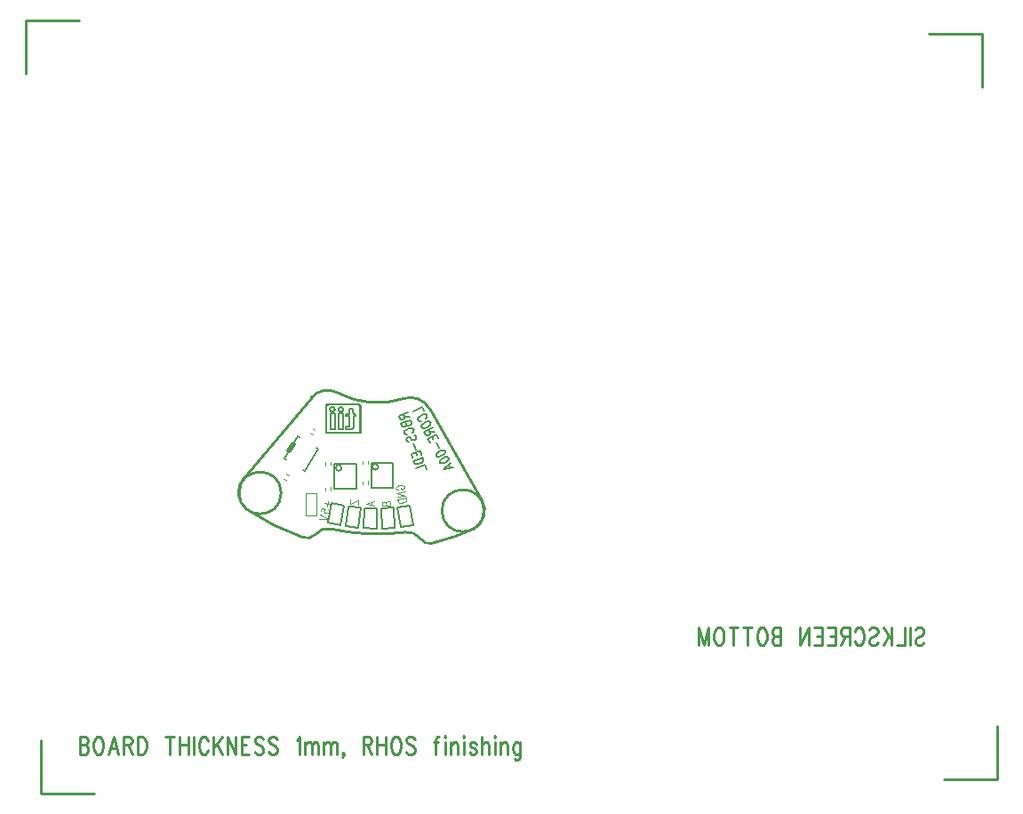
<source format=gbr>
*
*
G04 PADS9.1 Build Number: 392894 generated Gerber (RS-274-X) file*
G04 PC Version=2.1*
*
%IN "4SGI.pcb"*%
*
%MOIN*%
*
%FSLAX35Y35*%
*
*
*
*
G04 PC Standard Apertures*
*
*
G04 Thermal Relief Aperture macro.*
%AMTER*
1,1,$1,0,0*
1,0,$1-$2,0,0*
21,0,$3,$4,0,0,45*
21,0,$3,$4,0,0,135*
%
*
*
G04 Annular Aperture macro.*
%AMANN*
1,1,$1,0,0*
1,0,$2,0,0*
%
*
*
G04 Odd Aperture macro.*
%AMODD*
1,1,$1,0,0*
1,0,$1-0.005,0,0*
%
*
*
G04 PC Custom Aperture Macros*
*
*
*
*
*
*
G04 PC Aperture Table*
*
%ADD010C,0.001*%
%ADD011C,0.004*%
%ADD012C,0.01*%
%ADD013C,0.00591*%
%ADD014C,0.006*%
%ADD015C,0.00394*%
%ADD016C,0.005*%
%ADD023C,0.01969*%
%ADD026C,0.00787*%
*
*
*
*
G04 PC Circuitry*
G04 Layer Name 4SGI.pcb - circuitry*
%LPD*%
*
*
G04 PC Custom Flashes*
G04 Layer Name 4SGI.pcb - flashes*
%LPD*%
*
*
G04 PC Circuitry*
G04 Layer Name 4SGI.pcb - circuitry*
%LPD*%
*
G54D10*
G54D11*
G01X1916454Y1574249D02*
X1915482Y1574810D01*
X1915449Y1572556D02*
X1914580Y1573058D01*
X1924351Y1590147D02*
X1925322Y1589586D01*
X1925355Y1591840D02*
X1926225Y1591338D01*
X1926930Y1559115D02*
X1922930D01*
Y1567515*
X1926930*
Y1559115*
X1945993Y1571028D02*
Y1572150D01*
X1944024Y1571051D02*
Y1572055D01*
X1930245Y1579224D02*
Y1578102D01*
X1932213Y1579201D02*
Y1578197D01*
Y1568665D02*
Y1569787D01*
X1930245Y1568689D02*
Y1569693D01*
X1944024Y1579618D02*
Y1578496D01*
X1945993Y1579594D02*
Y1578591D01*
G54D12*
X1913575Y1567720D02*
G75*
G03X1913575I-7874J0D01*
G01X1989633Y1561067D02*
G03X1989633I-7874J0D01*
G01X2151440Y1516218D02*
X2151894Y1516843D01*
X2152576Y1517156*
X2153485*
X2154167Y1516843*
X2154621Y1516218*
Y1515593*
X2154394Y1514968*
X2154167Y1514656*
X2153712Y1514343*
X2152349Y1513718*
X2151894Y1513406*
X2151667Y1513093*
X2151440Y1512468*
Y1511531*
X2151894Y1510906*
X2152576Y1510593*
X2153485*
X2154167Y1510906*
X2154621Y1511531*
X2149394Y1517156D02*
Y1510593D01*
X2147349Y1517156D02*
Y1510593D01*
X2144621*
X2142576Y1517156D02*
Y1510593D01*
X2139394Y1517156D02*
X2142576Y1512781D01*
X2141440Y1514343D02*
X2139394Y1510593D01*
X2134167Y1516218D02*
X2134621Y1516843D01*
X2135303Y1517156*
X2136212*
X2136894Y1516843*
X2137349Y1516218*
Y1515593*
X2137121Y1514968*
X2136894Y1514656*
X2136440Y1514343*
X2135076Y1513718*
X2134621Y1513406*
X2134394Y1513093*
X2134167Y1512468*
Y1511531*
X2134621Y1510906*
X2135303Y1510593*
X2136212*
X2136894Y1510906*
X2137349Y1511531*
X2128712Y1515593D02*
X2128940Y1516218D01*
X2129394Y1516843*
X2129849Y1517156*
X2130758*
X2131212Y1516843*
X2131667Y1516218*
X2131894Y1515593*
X2132121Y1514656*
Y1513093*
X2131894Y1512156*
X2131667Y1511531*
X2131212Y1510906*
X2130758Y1510593*
X2129849*
X2129394Y1510906*
X2128940Y1511531*
X2128712Y1512156*
X2126667Y1517156D02*
Y1510593D01*
Y1517156D02*
X2124621D01*
X2123940Y1516843*
X2123712Y1516531*
X2123485Y1515906*
Y1515281*
X2123712Y1514656*
X2123940Y1514343*
X2124621Y1514031*
X2126667*
X2125076D02*
X2123485Y1510593D01*
X2121440Y1517156D02*
Y1510593D01*
Y1517156D02*
X2118485D01*
X2121440Y1514031D02*
X2119621D01*
X2121440Y1510593D02*
X2118485D01*
X2116440Y1517156D02*
Y1510593D01*
Y1517156D02*
X2113485D01*
X2116440Y1514031D02*
X2114621D01*
X2116440Y1510593D02*
X2113485D01*
X2111440Y1517156D02*
Y1510593D01*
Y1517156D02*
X2108258Y1510593D01*
Y1517156D02*
Y1510593D01*
X2100985Y1517156D02*
Y1510593D01*
Y1517156D02*
X2098940D01*
X2098258Y1516843*
X2098030Y1516531*
X2097803Y1515906*
Y1515281*
X2098030Y1514656*
X2098258Y1514343*
X2098940Y1514031*
X2100985D02*
X2098940D01*
X2098258Y1513718*
X2098030Y1513406*
X2097803Y1512781*
Y1511843*
X2098030Y1511218*
X2098258Y1510906*
X2098940Y1510593*
X2100985*
X2094394Y1517156D02*
X2094849Y1516843D01*
X2095303Y1516218*
X2095530Y1515593*
X2095758Y1514656*
Y1513093*
X2095530Y1512156*
X2095303Y1511531*
X2094849Y1510906*
X2094394Y1510593*
X2093485*
X2093030Y1510906*
X2092576Y1511531*
X2092349Y1512156*
X2092121Y1513093*
Y1514656*
X2092349Y1515593*
X2092576Y1516218*
X2093030Y1516843*
X2093485Y1517156*
X2094394*
X2088485D02*
Y1510593D01*
X2090076Y1517156D02*
X2086894D01*
X2083258D02*
Y1510593D01*
X2084849Y1517156D02*
X2081667D01*
X2078258D02*
X2078712Y1516843D01*
X2079167Y1516218*
X2079394Y1515593*
X2079621Y1514656*
Y1513093*
X2079394Y1512156*
X2079167Y1511531*
X2078712Y1510906*
X2078258Y1510593*
X2077349*
X2076894Y1510906*
X2076440Y1511531*
X2076212Y1512156*
X2075985Y1513093*
Y1514656*
X2076212Y1515593*
X2076440Y1516218*
X2076894Y1516843*
X2077349Y1517156*
X2078258*
X2073940D02*
Y1510593D01*
Y1517156D02*
X2072121Y1510593D01*
X2070303Y1517156D02*
X2072121Y1510593D01*
X2070303Y1517156D02*
Y1510593D01*
X1837997Y1476324D02*
Y1469761D01*
Y1476324D02*
X1840042D01*
X1840724Y1476011*
X1840951Y1475699*
X1841179Y1475074*
Y1474449*
X1840951Y1473824*
X1840724Y1473511*
X1840042Y1473199*
X1837997D02*
X1840042D01*
X1840724Y1472886*
X1840951Y1472574*
X1841179Y1471949*
Y1471011*
X1840951Y1470386*
X1840724Y1470074*
X1840042Y1469761*
X1837997*
X1844588Y1476324D02*
X1844133Y1476011D01*
X1843679Y1475386*
X1843451Y1474761*
X1843224Y1473824*
Y1472261*
X1843451Y1471324*
X1843679Y1470699*
X1844133Y1470074*
X1844588Y1469761*
X1845497*
X1845951Y1470074*
X1846406Y1470699*
X1846633Y1471324*
X1846860Y1472261*
Y1473824*
X1846633Y1474761*
X1846406Y1475386*
X1845951Y1476011*
X1845497Y1476324*
X1844588*
X1850724D02*
X1848906Y1469761D01*
X1850724Y1476324D02*
X1852542Y1469761D01*
X1849588Y1471949D02*
X1851860D01*
X1854588Y1476324D02*
Y1469761D01*
Y1476324D02*
X1856633D01*
X1857315Y1476011*
X1857542Y1475699*
X1857769Y1475074*
Y1474449*
X1857542Y1473824*
X1857315Y1473511*
X1856633Y1473199*
X1854588*
X1856179D02*
X1857769Y1469761D01*
X1859815Y1476324D02*
Y1469761D01*
Y1476324D02*
X1861406D01*
X1862088Y1476011*
X1862542Y1475386*
X1862769Y1474761*
X1862997Y1473824*
Y1472261*
X1862769Y1471324*
X1862542Y1470699*
X1862088Y1470074*
X1861406Y1469761*
X1859815*
X1871860Y1476324D02*
Y1469761D01*
X1870269Y1476324D02*
X1873451D01*
X1875497D02*
Y1469761D01*
X1878679Y1476324D02*
Y1469761D01*
X1875497Y1473199D02*
X1878679D01*
X1880724Y1476324D02*
Y1469761D01*
X1886179Y1474761D02*
X1885951Y1475386D01*
X1885497Y1476011*
X1885042Y1476324*
X1884133*
X1883679Y1476011*
X1883224Y1475386*
X1882997Y1474761*
X1882769Y1473824*
Y1472261*
X1882997Y1471324*
X1883224Y1470699*
X1883679Y1470074*
X1884133Y1469761*
X1885042*
X1885497Y1470074*
X1885951Y1470699*
X1886179Y1471324*
X1888224Y1476324D02*
Y1469761D01*
X1891406Y1476324D02*
X1888224Y1471949D01*
X1889360Y1473511D02*
X1891406Y1469761D01*
X1893451Y1476324D02*
Y1469761D01*
Y1476324D02*
X1896633Y1469761D01*
Y1476324D02*
Y1469761D01*
X1898679Y1476324D02*
Y1469761D01*
Y1476324D02*
X1901633D01*
X1898679Y1473199D02*
X1900497D01*
X1898679Y1469761D02*
X1901633D01*
X1906860Y1475386D02*
X1906406Y1476011D01*
X1905724Y1476324*
X1904815*
X1904133Y1476011*
X1903679Y1475386*
Y1474761*
X1903906Y1474136*
X1904133Y1473824*
X1904588Y1473511*
X1905951Y1472886*
X1906406Y1472574*
X1906633Y1472261*
X1906860Y1471636*
Y1470699*
X1906406Y1470074*
X1905724Y1469761*
X1904815*
X1904133Y1470074*
X1903679Y1470699*
X1912088Y1475386D02*
X1911633Y1476011D01*
X1910951Y1476324*
X1910042*
X1909360Y1476011*
X1908906Y1475386*
Y1474761*
X1909133Y1474136*
X1909360Y1473824*
X1909815Y1473511*
X1911179Y1472886*
X1911633Y1472574*
X1911860Y1472261*
X1912088Y1471636*
Y1470699*
X1911633Y1470074*
X1910951Y1469761*
X1910042*
X1909360Y1470074*
X1908906Y1470699*
X1919360Y1475074D02*
X1919815Y1475386D01*
X1920497Y1476324*
Y1469761*
X1922542Y1474136D02*
Y1469761D01*
Y1472886D02*
X1923224Y1473824D01*
X1923679Y1474136*
X1924360*
X1924815Y1473824*
X1925042Y1472886*
Y1469761*
Y1472886D02*
X1925724Y1473824D01*
X1926179Y1474136*
X1926860*
X1927315Y1473824*
X1927542Y1472886*
Y1469761*
X1929588Y1474136D02*
Y1469761D01*
Y1472886D02*
X1930269Y1473824D01*
X1930724Y1474136*
X1931406*
X1931860Y1473824*
X1932088Y1472886*
Y1469761*
Y1472886D02*
X1932769Y1473824D01*
X1933224Y1474136*
X1933906*
X1934360Y1473824*
X1934588Y1472886*
Y1469761*
X1937088Y1470074D02*
X1936860Y1469761D01*
X1936633Y1470074*
X1936860Y1470386*
X1937088Y1470074*
Y1469449*
X1936860Y1468824*
X1936633Y1468511*
X1944360Y1476324D02*
Y1469761D01*
Y1476324D02*
X1946406D01*
X1947088Y1476011*
X1947315Y1475699*
X1947542Y1475074*
Y1474449*
X1947315Y1473824*
X1947088Y1473511*
X1946406Y1473199*
X1944360*
X1945951D02*
X1947542Y1469761D01*
X1949588Y1476324D02*
Y1469761D01*
X1952769Y1476324D02*
Y1469761D01*
X1949588Y1473199D02*
X1952769D01*
X1956179Y1476324D02*
X1955724Y1476011D01*
X1955269Y1475386*
X1955042Y1474761*
X1954815Y1473824*
Y1472261*
X1955042Y1471324*
X1955269Y1470699*
X1955724Y1470074*
X1956179Y1469761*
X1957088*
X1957542Y1470074*
X1957997Y1470699*
X1958224Y1471324*
X1958451Y1472261*
Y1473824*
X1958224Y1474761*
X1957997Y1475386*
X1957542Y1476011*
X1957088Y1476324*
X1956179*
X1963679Y1475386D02*
X1963224Y1476011D01*
X1962542Y1476324*
X1961633*
X1960951Y1476011*
X1960497Y1475386*
Y1474761*
X1960724Y1474136*
X1960951Y1473824*
X1961406Y1473511*
X1962769Y1472886*
X1963224Y1472574*
X1963451Y1472261*
X1963679Y1471636*
Y1470699*
X1963224Y1470074*
X1962542Y1469761*
X1961633*
X1960951Y1470074*
X1960497Y1470699*
X1972769Y1476324D02*
X1972315D01*
X1971860Y1476011*
X1971633Y1475074*
Y1469761*
X1970951Y1474136D02*
X1972542D01*
X1974815Y1476324D02*
X1975042Y1476011D01*
X1975269Y1476324*
X1975042Y1476636*
X1974815Y1476324*
X1975042Y1474136D02*
Y1469761D01*
X1977315Y1474136D02*
Y1469761D01*
Y1472886D02*
X1977997Y1473824D01*
X1978451Y1474136*
X1979133*
X1979588Y1473824*
X1979815Y1472886*
Y1469761*
X1981860Y1476324D02*
X1982088Y1476011D01*
X1982315Y1476324*
X1982088Y1476636*
X1981860Y1476324*
X1982088Y1474136D02*
Y1469761D01*
X1986860Y1473199D02*
X1986633Y1473824D01*
X1985951Y1474136*
X1985269*
X1984588Y1473824*
X1984360Y1473199*
X1984588Y1472574*
X1985042Y1472261*
X1986179Y1471949*
X1986633Y1471636*
X1986860Y1471011*
Y1470699*
X1986633Y1470074*
X1985951Y1469761*
X1985269*
X1984588Y1470074*
X1984360Y1470699*
X1988906Y1476324D02*
Y1469761D01*
Y1472886D02*
X1989588Y1473824D01*
X1990042Y1474136*
X1990724*
X1991179Y1473824*
X1991406Y1472886*
Y1469761*
X1993451Y1476324D02*
X1993679Y1476011D01*
X1993906Y1476324*
X1993679Y1476636*
X1993451Y1476324*
X1993679Y1474136D02*
Y1469761D01*
X1995951Y1474136D02*
Y1469761D01*
Y1472886D02*
X1996633Y1473824D01*
X1997088Y1474136*
X1997769*
X1998224Y1473824*
X1998451Y1472886*
Y1469761*
X2003224Y1474136D02*
Y1469136D01*
X2002997Y1468199*
X2002769Y1467886*
X2002315Y1467574*
X2001633*
X2001179Y1467886*
X2003224Y1473199D02*
X2002769Y1473824D01*
X2002315Y1474136*
X2001633*
X2001179Y1473824*
X2000724Y1473199*
X2000497Y1472261*
Y1471636*
X2000724Y1470699*
X2001179Y1470074*
X2001633Y1469761*
X2002315*
X2002769Y1470074*
X2003224Y1470699*
X1900788Y1561557D02*
G03X1921809Y1551031I48934J71467D01*
G01X1921827Y1551025D02*
G03X1926389Y1552091I1471J3999D01*
G01X1932249Y1554225D02*
G03X1926391Y1552092I-1336J-5442D01*
G01X1932289Y1554216D02*
G03X1960292Y1552993I17468J78795D01*
G01X1965815Y1550567D02*
G03X1960269Y1552990I-4781J-3386D01*
G01X1965819Y1550561D02*
G03X1970341Y1548880I3345J2074D01*
G01X1970380Y1548889D02*
G03X1985922Y1554286I-20514J84150D01*
G01X1985913Y1554281D02*
G03X1988944Y1564993I-3840J6872D01*
G01X1988940Y1564999D02*
X1969016Y1599606D01*
X1969018Y1599603D02*
G03X1959686Y1603148I-6910J-4135D01*
G01X1934880Y1605240D02*
G03X1959709Y1603156I14835J27784D01*
G01X1934845Y1605259D02*
G03X1924876Y1603376I-3866J-6861D01*
G01X1924879Y1603379D02*
X1899587Y1573281D01*
X1899585Y1573278D02*
G03X1900763Y1561574I5923J-5315D01*
G01X1837791Y1744944D02*
X1817791D01*
Y1724944*
X1823603Y1475056D02*
Y1455056D01*
X1843603*
X2162209Y1460312D02*
X2182209D01*
Y1480312*
X2176373Y1719944D02*
Y1739944D01*
X2156373*
G54D13*
X1915351Y1580206D02*
X1914683Y1580623D01*
X1919899Y1588970*
X1920566Y1588552*
X1921694Y1576242D02*
X1922362Y1575824D01*
X1927578Y1584171*
X1926910Y1584589*
X1935166Y1597567D02*
Y1591642D01*
X1936814*
Y1597567*
X1935166*
X1932048D02*
Y1591642D01*
X1933697*
Y1597567*
X1932048*
X1935789Y1600017D02*
Y1600005D01*
X1935717*
Y1599993*
X1935670*
Y1599981*
X1935634*
Y1599969*
X1935610*
Y1599957*
X1935574*
Y1599945*
X1935550*
Y1599933*
X1935526*
Y1599921*
X1935502*
Y1599909*
X1935490*
Y1599897*
X1935467*
Y1599885*
X1935443*
Y1599873*
X1935431*
Y1599861*
X1935419*
Y1599849*
X1935395*
Y1599837*
X1935383*
Y1599825*
X1935371*
Y1599813*
X1935359*
Y1599802*
X1935347*
Y1599790*
X1935335*
Y1599778*
X1935323*
Y1599766*
X1935311*
Y1599754*
X1935299*
Y1599742*
X1935287*
Y1599730*
X1935275*
Y1599718*
X1935263*
Y1599706*
X1935251*
X1935251D02*
Y1599694D01*
X1935251D02*
X1935240D01*
Y1599670*
X1935228*
Y1599658*
X1935216*
Y1599634*
X1935204*
Y1599622*
X1935192*
Y1599598*
X1935180*
Y1599586*
X1935168*
Y1599563*
X1935156*
Y1599539*
X1935144*
Y1599515*
X1935132*
Y1599479*
X1935120*
Y1599455*
X1935108*
Y1599419*
X1935096*
Y1599371*
X1935084*
Y1599312*
X1935072*
Y1598989*
X1935084*
Y1598930*
X1935096*
Y1598882*
X1935108*
Y1598846*
X1935120*
Y1598810*
X1935132*
Y1598786*
X1935144*
Y1598762*
X1935156*
Y1598738*
X1935168*
Y1598714*
X1935180*
Y1598691*
X1935192*
Y1598667*
X1935204*
Y1598655*
X1935216*
Y1598643*
X1935228*
Y1598619*
X1935240*
Y1598607*
X1935251*
X1935251D02*
Y1598595D01*
X1935251D02*
X1935263D01*
Y1598571*
X1935275*
Y1598559*
X1935287*
Y1598547*
X1935299*
Y1598535*
X1935311*
Y1598523*
X1935323*
Y1598511*
X1935335*
Y1598499*
X1935347*
Y1598488*
X1935359*
Y1598476*
X1935371*
Y1598464*
X1935395*
Y1598452*
X1935407*
Y1598440*
X1935419*
Y1598428*
X1935443*
Y1598416*
X1935455*
Y1598404*
X1935478*
Y1598392*
X1935490*
Y1598380*
X1935514*
Y1598368*
X1935538*
Y1598356*
X1935562*
Y1598344*
X1935586*
Y1598332*
X1935622*
Y1598320*
X1935646*
Y1598308*
X1935693*
Y1598296*
X1935741*
Y1598284*
X1935813*
Y1598273*
X1936040*
Y1598284*
X1936123*
Y1598296*
X1936171*
Y1598308*
X1936207*
Y1598320*
X1936243*
Y1598332*
X1936267*
Y1598344*
X1936303*
Y1598356*
X1936327*
Y1598368*
X1936339*
Y1598380*
X1936362*
Y1598392*
X1936386*
Y1598404*
X1936398*
Y1598416*
X1936422*
Y1598428*
X1936434*
Y1598440*
X1936458*
Y1598452*
X1936470*
Y1598464*
X1936482*
Y1598476*
X1936494*
Y1598488*
X1936506*
Y1598499*
X1936518*
Y1598511*
X1936530*
Y1598523*
X1936542*
Y1598535*
X1936554*
Y1598547*
X1936565*
Y1598559*
X1936577*
Y1598571*
X1936589*
Y1598583*
X1936601*
Y1598595*
X1936613*
Y1598607*
X1936625*
Y1598631*
X1936637*
Y1598643*
X1936649*
Y1598667*
X1936661*
Y1598679*
X1936673*
Y1598703*
X1936685*
Y1598714*
X1936697*
Y1598738*
X1936709*
Y1598762*
X1936721*
Y1598798*
X1936733*
Y1598822*
X1936745*
Y1598858*
X1936757*
Y1598894*
X1936769*
Y1598941*
X1936780*
Y1599013*
X1936792*
Y1599288*
X1936780*
Y1599360*
X1936769*
Y1599407*
X1936757*
Y1599443*
X1936745*
Y1599479*
X1936733*
Y1599503*
X1936721*
Y1599527*
X1936709*
Y1599551*
X1936697*
Y1599575*
X1936685*
Y1599598*
X1936673*
Y1599610*
X1936661*
Y1599634*
X1936649*
Y1599646*
X1936637*
Y1599670*
X1936625*
Y1599682*
X1936613*
Y1599694*
X1936601*
Y1599718*
X1936589*
Y1599730*
X1936577*
Y1599742*
X1936565*
Y1599754*
X1936554*
Y1599766*
X1936542*
Y1599778*
X1936530*
Y1599790*
X1936518*
Y1599802*
X1936506*
Y1599813*
X1936494*
Y1599825*
X1936470*
Y1599837*
X1936458*
Y1599849*
X1936446*
Y1599861*
X1936422*
Y1599873*
X1936410*
Y1599885*
X1936386*
Y1599897*
X1936374*
Y1599909*
X1936350*
Y1599921*
X1936327*
Y1599933*
X1936303*
Y1599945*
X1936279*
Y1599957*
X1936255*
Y1599969*
X1936219*
Y1599981*
X1936183*
Y1599993*
X1936135*
Y1600005*
X1936076*
Y1600017*
X1935789*
X1932639D02*
Y1600005D01*
X1932580*
Y1599993*
X1932532*
Y1599981*
X1932496*
Y1599969*
X1932472*
Y1599957*
X1932436*
Y1599945*
X1932412*
Y1599933*
X1932389*
Y1599921*
X1932365*
Y1599909*
X1932341*
Y1599897*
X1932329*
Y1599885*
X1932305*
Y1599873*
X1932293*
Y1599861*
X1932281*
Y1599849*
X1932257*
Y1599837*
X1932245*
Y1599825*
X1932233*
Y1599813*
X1932221*
Y1599802*
X1932209*
Y1599790*
X1932197*
Y1599778*
X1932186*
Y1599766*
X1932174*
Y1599754*
X1932162*
Y1599742*
X1932150*
Y1599730*
X1932138*
Y1599718*
X1932126*
Y1599706*
X1932114*
Y1599694*
X1932102*
Y1599670*
X1932090*
Y1599658*
X1932078*
Y1599646*
X1932066*
Y1599622*
X1932054*
Y1599610*
X1932042*
Y1599586*
X1932030*
Y1599563*
X1932018*
Y1599539*
X1932006*
Y1599515*
X1931994*
Y1599491*
X1931982*
Y1599455*
X1931970*
Y1599419*
X1931959*
Y1599371*
X1931947*
Y1599312*
X1931935*
Y1599204*
X1931923*
Y1599097*
X1931935*
Y1598977*
X1931947*
Y1598918*
X1931959*
Y1598882*
X1931970*
Y1598846*
X1931982*
Y1598810*
X1931994*
Y1598786*
X1932006*
Y1598750*
X1932018*
Y1598726*
X1932030*
Y1598714*
X1932042*
Y1598691*
X1932054*
Y1598667*
X1932066*
Y1598655*
X1932078*
Y1598631*
X1932090*
Y1598619*
X1932102*
Y1598607*
X1932114*
Y1598583*
X1932126*
Y1598571*
X1932138*
Y1598559*
X1932150*
Y1598547*
X1932162*
Y1598535*
X1932174*
Y1598523*
X1932186*
Y1598511*
X1932197*
Y1598499*
X1932209*
Y1598488*
X1932221*
Y1598476*
X1932233*
Y1598464*
X1932257*
Y1598452*
X1932269*
Y1598440*
X1932281*
Y1598428*
X1932293*
Y1598416*
X1932317*
Y1598404*
X1932329*
Y1598392*
X1932353*
Y1598380*
X1932377*
Y1598368*
X1932401*
Y1598356*
X1932424*
Y1598344*
X1932448*
Y1598332*
X1932472*
Y1598320*
X1932508*
Y1598308*
X1932556*
Y1598296*
X1932604*
Y1598284*
X1932675*
Y1598273*
X1932902*
Y1598284*
X1932974*
Y1598296*
X1933034*
Y1598308*
X1933069*
Y1598320*
X1933105*
Y1598332*
X1933129*
Y1598344*
X1933153*
Y1598356*
X1933177*
Y1598368*
X1933201*
Y1598380*
X1933225*
Y1598392*
X1933249*
Y1598404*
X1933261*
Y1598416*
X1933284*
Y1598428*
X1933296*
Y1598440*
X1933308*
Y1598452*
X1933332*
Y1598464*
X1933344*
Y1598476*
X1933356*
Y1598488*
X1933368*
Y1598499*
X1933380*
Y1598511*
X1933392*
Y1598523*
X1933404*
Y1598535*
X1933416*
Y1598547*
X1933428*
Y1598559*
X1933440*
Y1598571*
X1933452*
Y1598583*
X1933464*
Y1598595*
X1933476*
Y1598619*
X1933488*
Y1598631*
X1933499*
Y1598643*
X1933511*
Y1598667*
X1933523*
Y1598679*
X1933535*
Y1598703*
X1933547*
Y1598726*
X1933559*
Y1598750*
X1933571*
Y1598774*
X1933583*
Y1598798*
X1933595*
Y1598822*
X1933607*
Y1598858*
X1933619*
Y1598906*
X1933631*
Y1598953*
X1933643*
Y1599025*
X1933655*
Y1599276*
X1933643*
Y1599348*
X1933631*
Y1599395*
X1933619*
Y1599431*
X1933607*
Y1599467*
X1933595*
Y1599503*
X1933583*
Y1599527*
X1933571*
Y1599551*
X1933559*
Y1599575*
X1933547*
Y1599598*
X1933535*
Y1599610*
X1933523*
Y1599634*
X1933511*
Y1599646*
X1933499*
Y1599670*
X1933488*
Y1599682*
X1933476*
Y1599694*
X1933464*
Y1599706*
X1933452*
Y1599718*
X1933440*
Y1599742*
X1933428*
Y1599754*
X1933416*
Y1599766*
X1933404*
Y1599778*
X1933392*
Y1599790*
X1933380*
Y1599802*
X1933368*
Y1599813*
X1933344*
Y1599825*
X1933332*
Y1599837*
X1933320*
Y1599849*
X1933308*
Y1599861*
X1933284*
Y1599873*
X1933273*
Y1599885*
X1933249*
Y1599897*
X1933237*
Y1599909*
X1933213*
Y1599921*
X1933189*
Y1599933*
X1933165*
Y1599945*
X1933141*
Y1599957*
X1933117*
Y1599969*
X1933081*
Y1599981*
X1933046*
Y1599993*
X1932998*
Y1600005*
X1932938*
Y1600017*
X1932639*
X1939254Y1599387D02*
Y1597428D01*
X1937701*
Y1596508*
X1939254*
Y1593354*
X1939242*
Y1593223*
X1939230*
Y1593139*
X1939218*
Y1593091*
X1939206*
Y1593044*
X1939194*
Y1592996*
X1939182*
Y1592960*
X1939170*
Y1592936*
X1939158*
Y1592912*
X1939146*
Y1592888*
X1939134*
Y1592865*
X1939122*
Y1592841*
X1939110*
Y1592829*
X1939098*
Y1592805*
X1939086*
Y1592793*
X1939074*
Y1592781*
X1939062*
Y1592769*
X1939051*
Y1592757*
X1939039*
Y1592745*
X1939027*
Y1592733*
X1939015*
Y1592721*
X1938991*
Y1592709*
X1938979*
Y1592697*
X1938955*
Y1592685*
X1938931*
Y1592673*
X1938907*
Y1592661*
X1938883*
Y1592650*
X1938847*
Y1592638*
X1938800*
Y1592626*
X1938752*
Y1592614*
X1938668*
Y1592602*
X1938310*
Y1592614*
X1938202*
Y1592626*
X1938119*
Y1592638*
X1938059*
Y1592650*
X1937999*
Y1592661*
X1937940*
Y1592673*
X1937892*
Y1592685*
X1937844*
Y1592697*
X1937808*
Y1592709*
X1937760*
Y1592721*
X1937749*
Y1591778*
X1937772*
Y1591766*
X1937796*
Y1591754*
X1937832*
Y1591742*
X1937868*
Y1591730*
X1937904*
Y1591718*
X1937940*
Y1591706*
X1937987*
Y1591694*
X1938035*
Y1591682*
X1938083*
Y1591670*
X1938143*
Y1591658*
X1938202*
Y1591646*
X1938262*
Y1591634*
X1938334*
Y1591622*
X1938429*
Y1591610*
X1938525*
Y1591598*
X1938644*
Y1591586*
X1938812*
Y1591574*
X1939361*
Y1591586*
X1939469*
Y1591598*
X1939540*
Y1591610*
X1939600*
Y1591622*
X1939648*
Y1591634*
X1939696*
Y1591646*
X1939731*
Y1591658*
X1939767*
Y1591670*
X1939803*
Y1591682*
X1939839*
Y1591694*
X1939863*
Y1591706*
X1939899*
Y1591718*
X1939923*
Y1591730*
X1939946*
Y1591742*
X1939970*
Y1591754*
X1939994*
Y1591766*
X1940018*
Y1591778*
X1940042*
Y1591789*
X1940066*
Y1591801*
X1940078*
Y1591813*
X1940102*
Y1591825*
X1940114*
Y1591837*
X1940138*
Y1591849*
X1940149*
Y1591861*
X1940173*
Y1591873*
X1940185*
Y1591885*
X1940209*
Y1591897*
X1940221*
Y1591909*
X1940233*
Y1591921*
X1940245*
Y1591933*
X1940269*
Y1591945*
X1940281*
Y1591957*
X1940293*
Y1591969*
X1940305*
Y1591981*
X1940317*
Y1591993*
X1940329*
Y1592004*
X1940341*
Y1592016*
X1940353*
Y1592028*
X1940365*
X1940365D02*
Y1592040D01*
X1940365D02*
X1940376D01*
Y1592052*
X1940388*
Y1592064*
X1940400*
Y1592076*
X1940412*
Y1592088*
X1940424*
Y1592100*
X1940436*
Y1592112*
X1940448*
Y1592124*
X1940460*
Y1592136*
X1940472*
Y1592160*
X1940484*
Y1592172*
X1940496*
Y1592184*
X1940508*
Y1592208*
X1940520*
Y1592219*
X1940532*
Y1592231*
X1940544*
Y1592255*
X1940556*
Y1592267*
X1940568*
Y1592291*
X1940580*
Y1592303*
X1940591*
Y1592327*
X1940603*
Y1592351*
X1940615*
Y1592363*
X1940627*
Y1592387*
X1940639*
Y1592411*
X1940651*
Y1592435*
X1940663*
Y1592458*
X1940675*
Y1592482*
X1940687*
Y1592506*
X1940699*
Y1592542*
X1940711*
Y1592566*
X1940723*
Y1592590*
X1940735*
Y1592626*
X1940747*
Y1592661*
X1940759*
Y1592697*
X1940771*
Y1592733*
X1940783*
Y1592769*
X1940795*
Y1592817*
X1940806*
Y1592865*
X1940818*
Y1592912*
X1940830*
Y1592972*
X1940842*
Y1593032*
X1940854*
Y1593103*
X1940866*
Y1593199*
X1940878*
Y1593330*
X1940890*
Y1596520*
X1941595*
Y1597410*
X1940830Y1597416*
Y1597440*
X1940818*
Y1597487*
X1940806*
Y1597535*
X1940795*
Y1597571*
X1940783*
Y1597619*
X1940771*
Y1597655*
X1940759*
Y1597702*
X1940747*
Y1597750*
X1940735*
Y1597786*
X1940723*
Y1597834*
X1940711*
Y1597870*
X1940699*
Y1597917*
X1940687*
Y1597965*
X1940675*
Y1598001*
X1940663*
Y1598049*
X1940651*
Y1598085*
X1940639*
Y1598132*
X1940627*
Y1598180*
X1940615*
Y1598216*
X1940603*
Y1598264*
X1940591*
Y1598300*
X1940580*
Y1598347*
X1940568*
Y1598395*
X1940556*
Y1598431*
X1940544*
Y1598479*
X1940532*
Y1598515*
X1940520*
Y1598562*
X1940508*
Y1598610*
X1940496*
Y1598646*
X1940484*
Y1598694*
X1940472*
Y1598730*
X1940460*
Y1598777*
X1940448*
Y1598825*
X1940436*
Y1598861*
X1940424*
Y1598909*
X1940412*
Y1598945*
X1940400*
Y1598992*
X1940388*
Y1599040*
X1940376*
Y1599076*
X1940365*
X1940365D02*
Y1599124D01*
X1940365D02*
X1940353D01*
Y1599172*
X1940341*
Y1599207*
X1940329*
Y1599255*
X1940317*
Y1599291*
X1940305*
Y1599339*
X1940293*
Y1599387*
X1939254*
X1931065Y1600961D02*
Y1600949D01*
X1931012*
Y1600937*
X1930953*
Y1600925*
X1930905*
Y1600913*
X1930869*
Y1600901*
X1930845*
Y1600889*
X1930809*
Y1600877*
X1930786*
X1930786D02*
Y1600865D01*
X1930786D02*
X1930762D01*
Y1600853*
X1930738*
Y1600842*
X1930726*
Y1600830*
X1930702*
Y1600818*
X1930678*
Y1600806*
X1930666*
Y1600794*
X1930654*
Y1600782*
X1930630*
Y1600770*
X1930618*
Y1600758*
X1930606*
Y1600746*
X1930594*
Y1600734*
X1930582*
Y1600722*
X1930570*
Y1600710*
X1930559*
Y1600698*
X1930547*
Y1600686*
X1930535*
Y1600674*
X1930523*
Y1600662*
X1930511*
Y1600638*
X1930499*
Y1600627*
X1930487*
Y1600603*
X1930475*
Y1600591*
X1930463*
Y1600567*
X1930451*
Y1600543*
X1930439*
Y1600519*
X1930427*
Y1600495*
X1930415*
Y1600459*
X1930403*
Y1600423*
X1930391*
Y1600376*
X1930379*
Y1590676*
X1930391*
Y1590628*
X1930403*
Y1590593*
X1930415*
Y1590557*
X1930427*
Y1590533*
X1930439*
Y1590509*
X1930451*
Y1590485*
X1930463*
Y1590461*
X1930475*
Y1590449*
X1930487*
Y1590425*
X1930499*
Y1590413*
X1930511*
Y1590389*
X1930523*
Y1590378*
X1930535*
Y1590366*
X1930547*
Y1590354*
X1930559*
Y1590342*
X1930570*
Y1590330*
X1930582*
Y1590318*
X1930594*
Y1590306*
X1930606*
Y1590294*
X1930618*
Y1590282*
X1930630*
Y1590270*
X1930654*
Y1590258*
X1930666*
Y1590246*
X1930678*
Y1590234*
X1930702*
Y1590222*
X1930726*
Y1590210*
X1930738*
Y1590198*
X1930762*
Y1590186*
X1930786*
X1930786D02*
Y1590174D01*
X1930786D02*
X1930809D01*
Y1590163*
X1930845*
Y1590151*
X1930869*
Y1590139*
X1930917*
Y1590127*
X1931024*
Y1590115*
X1943364*
Y1600364*
X1943352*
Y1600423*
X1943340*
Y1600459*
X1943328*
Y1600495*
X1943316*
Y1600519*
X1943304*
Y1600543*
X1943292*
Y1600567*
X1943280*
Y1600591*
X1943268*
Y1600603*
X1943256*
Y1600627*
X1943244*
Y1600638*
X1943232*
Y1600650*
X1943220*
Y1600674*
X1943208*
Y1600686*
X1943197*
Y1600698*
X1943185*
Y1600710*
X1943173*
Y1600722*
X1943161*
Y1600734*
X1943149*
Y1600746*
X1943137*
Y1600758*
X1943125*
Y1600770*
X1943113*
Y1600782*
X1943089*
Y1600794*
X1943077*
Y1600806*
X1943053*
Y1600818*
X1943041*
Y1600830*
X1943017*
Y1600842*
X1943005*
Y1600853*
X1942982*
Y1600865*
X1942958*
Y1600877*
X1942934*
Y1600889*
X1942898*
Y1600901*
X1942874*
Y1600913*
X1942826*
Y1600925*
X1942790*
Y1600937*
X1942731*
Y1600949*
X1942680*
Y1600961*
X1931065*
X1931069Y1600794D02*
X1942692D01*
Y1600782*
X1942751*
Y1600770*
X1942799*
Y1600758*
X1942835*
Y1600746*
X1942859*
Y1600734*
X1942895*
Y1600722*
X1942907*
Y1600710*
X1942931*
Y1600698*
X1942954*
Y1600686*
X1942966*
Y1600674*
X1942990*
Y1600662*
X1943002*
Y1600650*
X1943014*
Y1600638*
X1943038*
Y1600627*
X1943050*
Y1600615*
X1943062*
Y1600603*
X1943074*
Y1600591*
X1943086*
Y1600579*
X1943098*
Y1600555*
X1943110*
Y1600543*
X1943122*
Y1600531*
X1943134*
Y1600507*
X1943146*
Y1600495*
X1943158*
Y1600471*
X1943169*
Y1600447*
X1943181*
Y1600411*
X1943193*
Y1600376*
X1943205*
Y1600328*
X1943217*
Y1590258*
X1931069*
Y1590270*
X1931009*
Y1590282*
X1930961*
Y1590294*
X1930926*
Y1590306*
X1930902*
Y1590318*
X1930866*
Y1590330*
X1930842*
Y1590342*
X1930830*
Y1590354*
X1930806*
Y1590366*
X1930782*
Y1590378*
X1930770*
Y1590389*
X1930758*
Y1590401*
X1930735*
Y1590413*
X1930723*
Y1590425*
X1930711*
Y1590437*
X1930699*
Y1590449*
X1930687*
Y1590461*
X1930675*
Y1590473*
X1930663*
Y1590497*
X1930651*
Y1590509*
X1930639*
Y1590521*
X1930627*
Y1590545*
X1930615*
Y1590557*
X1930603*
Y1590581*
X1930591*
Y1590605*
X1930579*
Y1590640*
X1930567*
Y1590676*
X1930555*
Y1590724*
X1930543*
Y1600328*
X1930555*
Y1600376*
X1930567*
Y1600411*
X1930579*
Y1600447*
X1930591*
Y1600471*
X1930603*
Y1600495*
X1930615*
Y1600507*
X1930627*
Y1600531*
X1930639*
Y1600543*
X1930651*
Y1600555*
X1930663*
Y1600579*
X1930675*
Y1600591*
X1930687*
Y1600603*
X1930699*
Y1600615*
X1930711*
Y1600627*
X1930723*
Y1600638*
X1930735*
Y1600650*
X1930758*
Y1600662*
X1930770*
Y1600674*
X1930782*
Y1600686*
X1930806*
Y1600698*
X1930830*
Y1600710*
X1930842*
Y1600722*
X1930866*
Y1600734*
X1930902*
Y1600746*
X1930926*
Y1600758*
X1930961*
Y1600770*
X1931009*
Y1600782*
X1931069*
Y1600794*
G54D14*
X1955638Y1579041D02*
X1947371D01*
Y1569614*
X1955638*
Y1579041*
X1950049Y1577474D02*
G03X1950049I-1103J0D01*
G01X1941859Y1578648D02*
X1933591D01*
Y1569220*
X1941859*
Y1578648*
X1936270Y1577081D02*
G03X1936270I-1104J0D01*
G54D15*
G01X1929777Y1563944D02*
X1932355Y1563301D01*
X1931300Y1564560D02*
X1930832Y1562685D01*
X1928542Y1560822D02*
X1928801Y1561863D01*
X1930117Y1561646*
X1929947Y1561578*
X1929726Y1561301*
X1929648Y1560988*
X1929714Y1560640*
X1929948Y1560360*
X1930352Y1560149*
X1930664Y1560182*
X1931120Y1560179*
X1931459Y1560316*
X1931680Y1560592*
X1931758Y1560905*
X1931692Y1561253*
X1931575Y1561393*
X1931315Y1561569*
X1928256Y1559676D02*
X1931056Y1558092D01*
X1927840Y1558009D02*
X1931056Y1558092D01*
X1957506Y1568823D02*
X1957197Y1568883D01*
X1956872Y1569049*
X1956693Y1569238*
X1956626Y1569662*
X1956738Y1569897*
X1956996Y1570156*
X1957271Y1570308*
X1957691Y1570483*
X1958421Y1570599*
X1958875Y1570562*
X1959183Y1570502*
X1959508Y1570336*
X1959688Y1570147*
X1959755Y1569723*
X1959643Y1569488*
X1959385Y1569229*
X1959110Y1569077*
X1958672Y1569008*
X1958588Y1569538D02*
X1958672Y1569008D01*
X1956928Y1567753D02*
X1959990Y1568238D01*
X1956928Y1567753D02*
X1960225Y1566753D01*
X1957163Y1566268D02*
X1960225Y1566753D01*
X1957314Y1565314D02*
X1960377Y1565799D01*
X1957314Y1565314D02*
X1957432Y1564572D01*
X1957628Y1564277*
X1957953Y1564111*
X1958262Y1564051*
X1958716Y1564014*
X1959445Y1564130*
X1959866Y1564305*
X1960141Y1564457*
X1960399Y1564715*
X1960494Y1565057*
X1960377Y1565799*
X1945422Y1563702D02*
X1948537Y1564506D01*
X1945422Y1563702D02*
X1948507Y1562789D01*
X1947498Y1564202D02*
X1947480Y1563129D01*
X1951529Y1562876D02*
X1954621Y1563092D01*
X1951529Y1562876D02*
X1951461Y1563840D01*
X1951586Y1564171*
X1951726Y1564289*
X1952013Y1564416*
X1952307Y1564437*
X1952609Y1564351*
X1952764Y1564254*
X1952934Y1563943*
X1953001Y1562979D02*
X1952934Y1563943D01*
X1953059Y1564274*
X1953199Y1564392*
X1953486Y1564519*
X1953927Y1564550*
X1954229Y1564464*
X1954384Y1564367*
X1954554Y1564056*
X1954621Y1563092*
X1939332Y1563700D02*
X1942572Y1564871D01*
X1939489Y1565195D02*
X1939332Y1563700D01*
X1942572Y1564871D02*
X1942415Y1563376D01*
G54D16*
X1949614Y1561898D02*
X1944892Y1562063D01*
X1944631Y1554587*
X1949353Y1554422*
X1949614Y1561898*
X1955811Y1562158D02*
X1951093Y1561911D01*
X1951485Y1554441*
X1956203Y1554688*
X1955811Y1562158*
X1961962Y1562957D02*
X1957284Y1562300D01*
X1958325Y1554892*
X1963003Y1555550*
X1961962Y1562957*
X1937269Y1562999D02*
X1932648Y1563981D01*
X1931092Y1556664*
X1935713Y1555682*
X1937269Y1562999*
X1943417Y1562179D02*
X1938728Y1562755D01*
X1937816Y1555330*
X1942506Y1554754*
X1943417Y1562179*
G54D23*
X1916560Y1583628D02*
X1918021Y1585965D01*
G54D26*
X1957729Y1596686D02*
X1961169Y1597803D01*
X1957729Y1596686D02*
X1958077Y1595613D01*
X1958357Y1595309*
X1958560Y1595243*
X1958926Y1595231*
X1959254Y1595337*
X1959543Y1595563*
X1959668Y1595735*
X1959715Y1596146*
X1959367Y1597218*
X1959638Y1596384D02*
X1961711Y1596135D01*
X1958619Y1593946D02*
X1962059Y1595063D01*
X1958619Y1593946D02*
X1958968Y1592873D01*
X1959248Y1592569*
X1959450Y1592503*
X1959816Y1592490*
X1960144Y1592597*
X1960433Y1592823*
X1960558Y1592995*
X1960606Y1593406*
X1960257Y1594478D02*
X1960606Y1593406D01*
X1960886Y1593101*
X1961088Y1593035*
X1961455Y1593023*
X1961946Y1593182*
X1962235Y1593408*
X1962360Y1593580*
X1962408Y1593991*
X1962059Y1595063*
X1960909Y1589684D02*
X1960543Y1589697D01*
X1960138Y1589829*
X1959897Y1590014*
X1959742Y1590491*
X1959828Y1590782*
X1960078Y1591127*
X1960367Y1591352*
X1960820Y1591631*
X1961639Y1591897*
X1962169Y1591938*
X1962536Y1591925*
X1962941Y1591793*
X1963182Y1591608*
X1963337Y1591132*
X1963250Y1590840*
X1963000Y1590495*
X1963000D02*
X1962711Y1590270D01*
X1961472Y1586838D02*
X1961067Y1586970D01*
X1960787Y1587274*
X1960632Y1587750*
X1960680Y1588161*
X1960930Y1588506*
X1961258Y1588612*
X1961624Y1588599*
X1961624D02*
X1961827Y1588534D01*
X1962068Y1588349*
X1962628Y1587740*
X1962869Y1587555*
X1963071Y1587489*
X1963438Y1587477*
X1963929Y1587636*
X1964179Y1587981*
X1964227Y1588392*
X1964072Y1588868*
X1963792Y1589172*
X1963387Y1589304*
X1963295Y1586245D02*
X1963991Y1584100D01*
X1962374Y1582389D02*
X1965814Y1583507D01*
X1962374Y1582389D02*
X1962877Y1580840D01*
X1964012Y1582921D02*
X1964322Y1581968D01*
X1965814Y1583507D02*
X1966317Y1581958D01*
X1963226Y1579768D02*
X1966666Y1580886D01*
X1963226Y1579768D02*
X1963497Y1578934D01*
X1963777Y1578630*
X1964182Y1578498*
X1964548Y1578486*
X1965078Y1578526*
X1965897Y1578792*
X1966350Y1579071*
X1966639Y1579297*
X1966889Y1579641*
X1966937Y1580052*
X1966666Y1580886*
X1964116Y1577028D02*
X1967556Y1578146D01*
X1968021Y1576716*
X1963311Y1598384D02*
X1966534Y1600026D01*
X1967217Y1598686*
X1966126Y1594756D02*
X1965762Y1594712D01*
X1965341Y1594779*
X1965074Y1594924*
X1964847Y1595370*
X1964887Y1595671*
X1965080Y1596051*
X1965330Y1596319*
X1965733Y1596665*
X1966501Y1597056*
X1967018Y1597179*
X1967382Y1597224*
X1967802Y1597157*
X1968070Y1597012*
X1968297Y1596566*
X1968257Y1596264*
X1968064Y1595885*
X1967814Y1595617*
X1966212Y1592691D02*
X1966251Y1592993D01*
X1966445Y1593372*
X1966695Y1593640*
X1967098Y1593987*
X1967866Y1594377*
X1968383Y1594500*
X1968747Y1594545*
X1969167Y1594478*
X1969435Y1594333*
X1969662Y1593887*
X1969622Y1593585*
X1969429Y1593206*
X1969179Y1592938*
X1968776Y1592592*
X1968008Y1592201*
X1967491Y1592078*
X1967127Y1592033*
X1966706Y1592100*
X1966439Y1592245*
X1966212Y1592691*
X1967292Y1590571D02*
X1970515Y1592213D01*
X1967292Y1590571D02*
X1967804Y1589566D01*
X1968128Y1589309*
X1968338Y1589276*
X1968702Y1589321*
X1969009Y1589477*
X1969259Y1589745*
X1969356Y1589935*
X1969339Y1590348*
X1968827Y1591353*
X1969225Y1590571D02*
X1971311Y1590650D01*
X1968600Y1588003D02*
X1971823Y1589646D01*
X1968600Y1588003D02*
X1969340Y1586552D01*
X1970135Y1588785D02*
X1970590Y1587892D01*
X1971823Y1589646D02*
X1972562Y1588195D01*
X1971693Y1586486D02*
X1972717Y1584477D01*
X1971728Y1581865D02*
X1971711Y1582278D01*
X1972058Y1582735*
X1972768Y1583238*
X1973229Y1583473*
X1974053Y1583752*
X1974627Y1583763*
X1974951Y1583507*
X1975065Y1583283*
X1975082Y1582870*
X1974735Y1582413*
X1974025Y1581910*
X1973564Y1581675*
X1972740Y1581396*
X1972166Y1581385*
X1971842Y1581641*
X1971728Y1581865*
X1973036Y1579297D02*
X1973019Y1579710D01*
X1973366Y1580168*
X1974076Y1580671*
X1974537Y1580905*
X1975361Y1581185*
X1975935Y1581196*
X1976259Y1580940*
X1976373Y1580716*
X1976390Y1580303*
X1976043Y1579845*
X1975333Y1579343*
X1974872Y1579108*
X1974048Y1578829*
X1973474Y1578818*
X1973150Y1579074*
X1973036Y1579297*
X1974458Y1576507D02*
X1977226Y1579042D01*
X1974458Y1576507D02*
X1978136Y1577256D01*
X1976322Y1578160D02*
X1976891Y1577044D01*
G74*
X0Y0D02*
M02*

</source>
